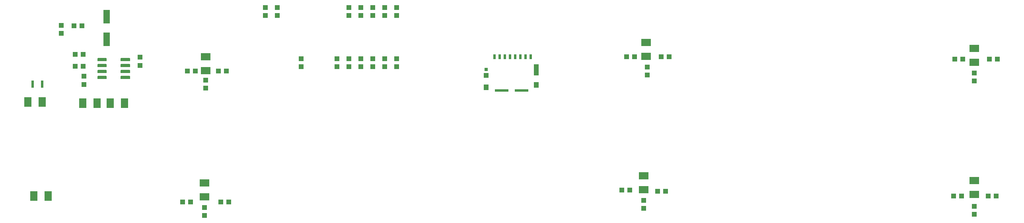
<source format=gbr>
G04 EAGLE Gerber RS-274X export*
G75*
%MOMM*%
%FSLAX34Y34*%
%LPD*%
%INSolderpaste Top*%
%IPPOS*%
%AMOC8*
5,1,8,0,0,1.08239X$1,22.5*%
G01*
%ADD10R,1.000000X1.100000*%
%ADD11R,0.558800X1.600200*%
%ADD12R,1.100000X1.000000*%
%ADD13R,1.500000X2.000000*%
%ADD14R,2.000000X1.500000*%
%ADD15R,1.080000X1.050000*%
%ADD16C,0.150000*%
%ADD17R,1.400000X3.000000*%
%ADD18R,0.500000X1.000000*%
%ADD19R,0.720000X0.780000*%
%ADD20R,1.050000X1.080000*%
%ADD21R,1.050000X1.200000*%
%ADD22R,1.050000X2.390000*%
%ADD23R,2.910000X0.550000*%


D10*
X425060Y419100D03*
X408060Y419100D03*
X491100Y419100D03*
X474100Y419100D03*
D11*
X78867Y391160D03*
X98933Y391160D03*
D12*
X447040Y399660D03*
X447040Y382660D03*
D13*
X98820Y353060D03*
X68820Y353060D03*
X244080Y350520D03*
X274080Y350520D03*
X81520Y152400D03*
X111520Y152400D03*
D14*
X447040Y449340D03*
X447040Y419340D03*
D15*
X187960Y407530D03*
X187960Y390030D03*
D16*
X267060Y407380D02*
X285260Y407380D01*
X285260Y402880D01*
X267060Y402880D01*
X267060Y407380D01*
X267060Y404305D02*
X285260Y404305D01*
X285260Y405730D02*
X267060Y405730D01*
X267060Y407155D02*
X285260Y407155D01*
X285260Y420080D02*
X267060Y420080D01*
X285260Y420080D02*
X285260Y415580D01*
X267060Y415580D01*
X267060Y420080D01*
X267060Y417005D02*
X285260Y417005D01*
X285260Y418430D02*
X267060Y418430D01*
X267060Y419855D02*
X285260Y419855D01*
X285260Y432780D02*
X267060Y432780D01*
X285260Y432780D02*
X285260Y428280D01*
X267060Y428280D01*
X267060Y432780D01*
X267060Y429705D02*
X285260Y429705D01*
X285260Y431130D02*
X267060Y431130D01*
X267060Y432555D02*
X285260Y432555D01*
X285260Y445480D02*
X267060Y445480D01*
X285260Y445480D02*
X285260Y440980D01*
X267060Y440980D01*
X267060Y445480D01*
X267060Y442405D02*
X285260Y442405D01*
X285260Y443830D02*
X267060Y443830D01*
X267060Y445255D02*
X285260Y445255D01*
X235860Y445480D02*
X217660Y445480D01*
X235860Y445480D02*
X235860Y440980D01*
X217660Y440980D01*
X217660Y445480D01*
X217660Y442405D02*
X235860Y442405D01*
X235860Y443830D02*
X217660Y443830D01*
X217660Y445255D02*
X235860Y445255D01*
X235860Y432780D02*
X217660Y432780D01*
X235860Y432780D02*
X235860Y428280D01*
X217660Y428280D01*
X217660Y432780D01*
X217660Y429705D02*
X235860Y429705D01*
X235860Y431130D02*
X217660Y431130D01*
X217660Y432555D02*
X235860Y432555D01*
X235860Y420080D02*
X217660Y420080D01*
X235860Y420080D02*
X235860Y415580D01*
X217660Y415580D01*
X217660Y420080D01*
X217660Y417005D02*
X235860Y417005D01*
X235860Y418430D02*
X217660Y418430D01*
X217660Y419855D02*
X235860Y419855D01*
X235860Y407380D02*
X217660Y407380D01*
X235860Y407380D02*
X235860Y402880D01*
X217660Y402880D01*
X217660Y407380D01*
X217660Y404305D02*
X235860Y404305D01*
X235860Y405730D02*
X217660Y405730D01*
X217660Y407155D02*
X235860Y407155D01*
D15*
X307340Y430670D03*
X307340Y448170D03*
D10*
X169300Y454660D03*
X186300Y454660D03*
X183760Y515620D03*
X166760Y515620D03*
D12*
X139700Y499500D03*
X139700Y516500D03*
D17*
X236220Y534540D03*
X236220Y486540D03*
D12*
X169300Y429260D03*
X186300Y429260D03*
D10*
X414900Y139700D03*
X397900Y139700D03*
X496180Y139700D03*
X479180Y139700D03*
D12*
X444500Y127880D03*
X444500Y110880D03*
D14*
X444500Y180100D03*
X444500Y150100D03*
D10*
X1359780Y449580D03*
X1342780Y449580D03*
X1433440Y449580D03*
X1416440Y449580D03*
D12*
X1386840Y427600D03*
X1386840Y410600D03*
D14*
X1384300Y479820D03*
X1384300Y449820D03*
D10*
X1349620Y165100D03*
X1332620Y165100D03*
X1425820Y162560D03*
X1408820Y162560D03*
D12*
X1379220Y143120D03*
X1379220Y126120D03*
D14*
X1379220Y195340D03*
X1379220Y165340D03*
D10*
X2058280Y444500D03*
X2041280Y444500D03*
X2131940Y444500D03*
X2114940Y444500D03*
D12*
X2082800Y414900D03*
X2082800Y397900D03*
D14*
X2082800Y467120D03*
X2082800Y437120D03*
D10*
X2055740Y152400D03*
X2038740Y152400D03*
X2129400Y152400D03*
X2112400Y152400D03*
D12*
X2082800Y130420D03*
X2082800Y113420D03*
D14*
X2082800Y185180D03*
X2082800Y155180D03*
D13*
X185660Y350520D03*
X215660Y350520D03*
D12*
X599440Y554600D03*
X599440Y537600D03*
X574040Y554600D03*
X574040Y537600D03*
X650240Y445380D03*
X650240Y428380D03*
X828040Y445380D03*
X828040Y428380D03*
X853440Y445380D03*
X853440Y428380D03*
X751840Y445380D03*
X751840Y428380D03*
X726440Y445380D03*
X726440Y428380D03*
X777240Y445380D03*
X777240Y428380D03*
X802640Y445380D03*
X802640Y428380D03*
D18*
X1061780Y449320D03*
X1072780Y449320D03*
X1083780Y449320D03*
X1094780Y449320D03*
X1105780Y449320D03*
X1116780Y449320D03*
X1127780Y449320D03*
X1138780Y449320D03*
D19*
X1044180Y422520D03*
D20*
X1044030Y409820D03*
D21*
X1044030Y383720D03*
X1150530Y389420D03*
D22*
X1150530Y421270D03*
D23*
X1077420Y376970D03*
X1119320Y376970D03*
D12*
X802640Y537600D03*
X802640Y554600D03*
X777240Y537600D03*
X777240Y554600D03*
X751840Y537600D03*
X751840Y554600D03*
X853440Y537600D03*
X853440Y554600D03*
X828040Y537600D03*
X828040Y554600D03*
M02*

</source>
